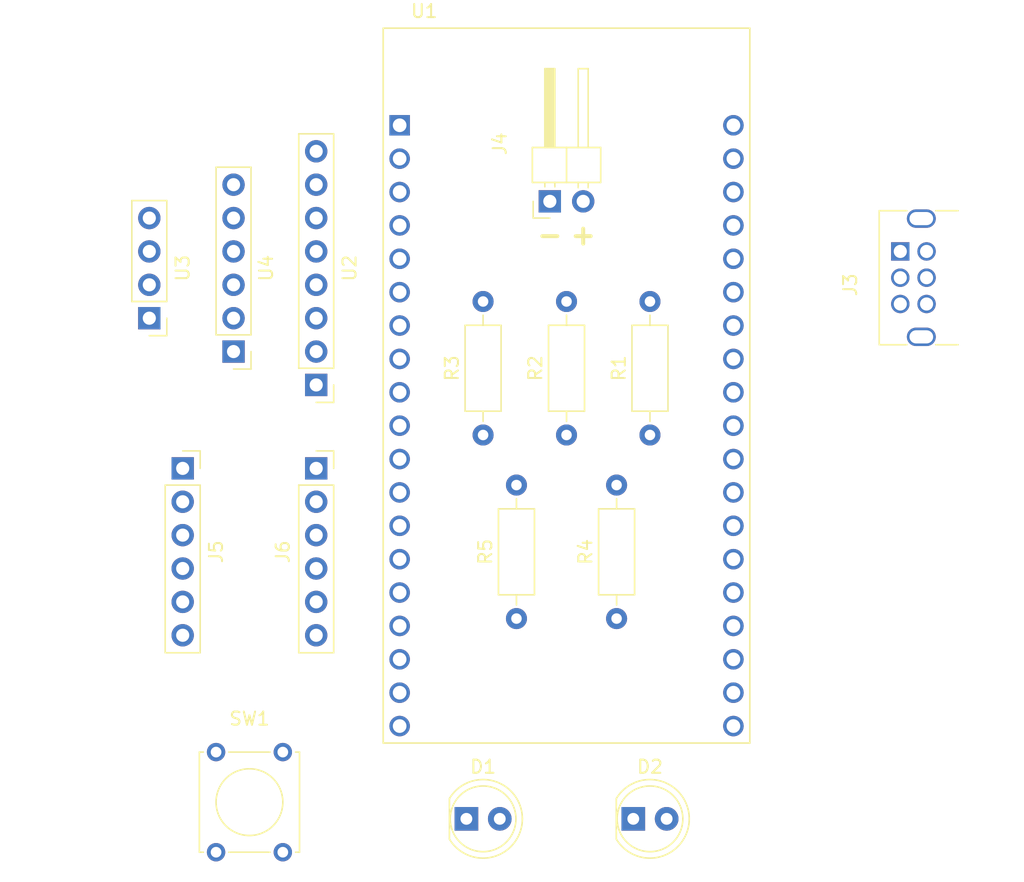
<source format=kicad_pcb>
(kicad_pcb (version 20171130) (host pcbnew "(5.1.10)-1")

  (general
    (thickness 1.2)
    (drawings 2)
    (tracks 0)
    (zones 0)
    (modules 16)
    (nets 22)
  )

  (page A4)
  (layers
    (0 F.Cu signal)
    (31 B.Cu signal)
    (32 B.Adhes user)
    (33 F.Adhes user)
    (34 B.Paste user)
    (35 F.Paste user)
    (36 B.SilkS user)
    (37 F.SilkS user)
    (38 B.Mask user)
    (39 F.Mask user)
    (40 Dwgs.User user)
    (41 Cmts.User user)
    (42 Eco1.User user)
    (43 Eco2.User user)
    (44 Edge.Cuts user)
    (45 Margin user)
    (46 B.CrtYd user)
    (47 F.CrtYd user)
    (48 B.Fab user)
    (49 F.Fab user)
  )

  (setup
    (last_trace_width 0.25)
    (trace_clearance 0.2)
    (zone_clearance 0.508)
    (zone_45_only no)
    (trace_min 0.2)
    (via_size 0.8)
    (via_drill 0.4)
    (via_min_size 0.4)
    (via_min_drill 0.3)
    (uvia_size 0.3)
    (uvia_drill 0.1)
    (uvias_allowed no)
    (uvia_min_size 0.2)
    (uvia_min_drill 0.1)
    (edge_width 0.05)
    (segment_width 0.2)
    (pcb_text_width 0.3)
    (pcb_text_size 1.5 1.5)
    (mod_edge_width 0.12)
    (mod_text_size 1 1)
    (mod_text_width 0.15)
    (pad_size 1.524 1.524)
    (pad_drill 0.762)
    (pad_to_mask_clearance 0)
    (aux_axis_origin 0 0)
    (visible_elements 7FFFFFFF)
    (pcbplotparams
      (layerselection 0x010fc_ffffffff)
      (usegerberextensions false)
      (usegerberattributes true)
      (usegerberadvancedattributes true)
      (creategerberjobfile true)
      (excludeedgelayer true)
      (linewidth 0.100000)
      (plotframeref false)
      (viasonmask false)
      (mode 1)
      (useauxorigin false)
      (hpglpennumber 1)
      (hpglpenspeed 20)
      (hpglpendiameter 15.000000)
      (psnegative false)
      (psa4output false)
      (plotreference true)
      (plotvalue true)
      (plotinvisibletext false)
      (padsonsilk false)
      (subtractmaskfromsilk false)
      (outputformat 1)
      (mirror false)
      (drillshape 1)
      (scaleselection 1)
      (outputdirectory ""))
  )

  (net 0 "")
  (net 1 GND)
  (net 2 "Net-(D1-Pad2)")
  (net 3 "Net-(D2-Pad2)")
  (net 4 "Net-(J3-Pad5)")
  (net 5 "Net-(J3-Pad3)")
  (net 6 "Net-(J3-Pad2)")
  (net 7 "Net-(J3-Pad1)")
  (net 8 "Net-(J4-Pad2)")
  (net 9 "Net-(J6-Pad2)")
  (net 10 "Net-(J6-Pad3)")
  (net 11 "Net-(J6-Pad5)")
  (net 12 "Net-(J6-Pad6)")
  (net 13 "Net-(R1-Pad2)")
  (net 14 "Net-(R3-Pad2)")
  (net 15 "Net-(R4-Pad1)")
  (net 16 "Net-(U1-Pad10)")
  (net 17 "Net-(U1-Pad12)")
  (net 18 "Net-(U1-Pad15)")
  (net 19 "Net-(U1-Pad22)")
  (net 20 "Net-(U1-Pad25)")
  (net 21 "Net-(U1-Pad35)")

  (net_class Default "This is the default net class."
    (clearance 0.2)
    (trace_width 0.25)
    (via_dia 0.8)
    (via_drill 0.4)
    (uvia_dia 0.3)
    (uvia_drill 0.1)
    (add_net GND)
    (add_net "Net-(D1-Pad2)")
    (add_net "Net-(D2-Pad2)")
    (add_net "Net-(J3-Pad1)")
    (add_net "Net-(J3-Pad2)")
    (add_net "Net-(J3-Pad3)")
    (add_net "Net-(J3-Pad5)")
    (add_net "Net-(J4-Pad2)")
    (add_net "Net-(J6-Pad2)")
    (add_net "Net-(J6-Pad3)")
    (add_net "Net-(J6-Pad5)")
    (add_net "Net-(J6-Pad6)")
    (add_net "Net-(R1-Pad2)")
    (add_net "Net-(R3-Pad2)")
    (add_net "Net-(R4-Pad1)")
    (add_net "Net-(U1-Pad10)")
    (add_net "Net-(U1-Pad12)")
    (add_net "Net-(U1-Pad15)")
    (add_net "Net-(U1-Pad22)")
    (add_net "Net-(U1-Pad25)")
    (add_net "Net-(U1-Pad35)")
  )

  (module LED_THT:LED_D5.0mm (layer F.Cu) (tedit 5995936A) (tstamp 61286E3D)
    (at 152.4 142.24)
    (descr "LED, diameter 5.0mm, 2 pins, http://cdn-reichelt.de/documents/datenblatt/A500/LL-504BC2E-009.pdf")
    (tags "LED diameter 5.0mm 2 pins")
    (path /61231CAB)
    (fp_text reference D1 (at 1.27 -3.96) (layer F.SilkS)
      (effects (font (size 1 1) (thickness 0.15)))
    )
    (fp_text value StatusLED (at 1.27 3.96) (layer F.Fab)
      (effects (font (size 1 1) (thickness 0.15)))
    )
    (fp_line (start 4.5 -3.25) (end -1.95 -3.25) (layer F.CrtYd) (width 0.05))
    (fp_line (start 4.5 3.25) (end 4.5 -3.25) (layer F.CrtYd) (width 0.05))
    (fp_line (start -1.95 3.25) (end 4.5 3.25) (layer F.CrtYd) (width 0.05))
    (fp_line (start -1.95 -3.25) (end -1.95 3.25) (layer F.CrtYd) (width 0.05))
    (fp_line (start -1.29 -1.545) (end -1.29 1.545) (layer F.SilkS) (width 0.12))
    (fp_line (start -1.23 -1.469694) (end -1.23 1.469694) (layer F.Fab) (width 0.1))
    (fp_circle (center 1.27 0) (end 3.77 0) (layer F.SilkS) (width 0.12))
    (fp_circle (center 1.27 0) (end 3.77 0) (layer F.Fab) (width 0.1))
    (fp_arc (start 1.27 0) (end -1.23 -1.469694) (angle 299.1) (layer F.Fab) (width 0.1))
    (fp_arc (start 1.27 0) (end -1.29 -1.54483) (angle 148.9) (layer F.SilkS) (width 0.12))
    (fp_arc (start 1.27 0) (end -1.29 1.54483) (angle -148.9) (layer F.SilkS) (width 0.12))
    (fp_text user %R (at 1.25 0) (layer F.Fab)
      (effects (font (size 0.8 0.8) (thickness 0.2)))
    )
    (pad 1 thru_hole rect (at 0 0) (size 1.8 1.8) (drill 0.9) (layers *.Cu *.Mask)
      (net 1 GND))
    (pad 2 thru_hole circle (at 2.54 0) (size 1.8 1.8) (drill 0.9) (layers *.Cu *.Mask)
      (net 2 "Net-(D1-Pad2)"))
    (model ${KISYS3DMOD}/LED_THT.3dshapes/LED_D5.0mm.wrl
      (at (xyz 0 0 0))
      (scale (xyz 1 1 1))
      (rotate (xyz 0 0 0))
    )
  )

  (module Gekkio_Connector:GameBoy_LinkPort_MGB_Horizontal (layer F.Cu) (tedit 5EC05DD6) (tstamp 61286EA6)
    (at 185.42 99.06)
    (descr "Game Boy link port, MGB (Game Boy Pocket) and later models")
    (tags "game boy link port")
    (path /6126C67F)
    (fp_text reference J3 (at -3.81 2.54 90) (layer F.SilkS)
      (effects (font (size 1 1) (thickness 0.15)))
    )
    (fp_text value GameBoy_LinkPort (at 2.5 8.8) (layer F.Fab)
      (effects (font (size 1 1) (thickness 0.15)))
    )
    (fp_line (start 7 7.5) (end -2 7.5) (layer F.CrtYd) (width 0.05))
    (fp_line (start 7 -3.5) (end 7 7.5) (layer F.CrtYd) (width 0.05))
    (fp_line (start -2 -3.5) (end -2 7.5) (layer F.CrtYd) (width 0.05))
    (fp_line (start 7 -3.5) (end -2 -3.5) (layer F.CrtYd) (width 0.05))
    (fp_line (start 2.7 7.1) (end 4.4 7.1) (layer F.SilkS) (width 0.12))
    (fp_line (start -1.6 7.1) (end 0.5 7.1) (layer F.SilkS) (width 0.12))
    (fp_line (start -1.6 -3.1) (end -1.6 7.1) (layer F.SilkS) (width 0.12))
    (fp_line (start 0.5 -3.1) (end -1.6 -3.1) (layer F.SilkS) (width 0.12))
    (fp_line (start 4.4 -3.1) (end 2.7 -3.1) (layer F.SilkS) (width 0.12))
    (fp_line (start 4.5 -3) (end 4.5 7) (layer F.Fab) (width 0.1))
    (fp_line (start -1.5 7) (end 6.5 7) (layer F.Fab) (width 0.1))
    (fp_line (start 6.5 7) (end 6.5 -3) (layer F.Fab) (width 0.1))
    (fp_line (start -1.5 -3) (end 6.5 -3) (layer F.Fab) (width 0.1))
    (fp_line (start -1.5 7) (end -1.5 -3) (layer F.Fab) (width 0.1))
    (fp_text user %R (at 3.81 2 90) (layer F.Fab)
      (effects (font (size 1 1) (thickness 0.15)))
    )
    (pad 6 thru_hole circle (at 2 4) (size 1.4 1.4) (drill 1) (layers *.Cu *.Mask)
      (net 1 GND))
    (pad 5 thru_hole circle (at 0 4) (size 1.4 1.4) (drill 1) (layers *.Cu *.Mask)
      (net 4 "Net-(J3-Pad5)"))
    (pad 4 thru_hole circle (at 2 2) (size 1.4 1.4) (drill 1) (layers *.Cu *.Mask))
    (pad 3 thru_hole circle (at 0 2) (size 1.4 1.4) (drill 1) (layers *.Cu *.Mask)
      (net 5 "Net-(J3-Pad3)"))
    (pad 2 thru_hole circle (at 2 0) (size 1.4 1.4) (drill 1) (layers *.Cu *.Mask)
      (net 6 "Net-(J3-Pad2)"))
    (pad 1 thru_hole rect (at 0 0) (size 1.4 1.4) (drill 1) (layers *.Cu *.Mask)
      (net 7 "Net-(J3-Pad1)"))
    (pad SH thru_hole oval (at 1.6 6.5 90) (size 1.4 2.2) (drill oval 1 1.8) (layers *.Cu *.Mask)
      (net 1 GND))
    (pad SH thru_hole oval (at 1.6 -2.5 90) (size 1.4 2.2) (drill oval 1 1.8) (layers *.Cu *.Mask)
      (net 1 GND))
    (model ${KISYS3DMOD}/Gekkio_Connector.3dshapes/GameBoy_LinkPort_MGB_Horizontal.wrl
      (at (xyz 0 0 0))
      (scale (xyz 1 1 1))
      (rotate (xyz 0 0 0))
    )
  )

  (module Resistor_THT:R_Axial_DIN0207_L6.3mm_D2.5mm_P10.16mm_Horizontal (layer F.Cu) (tedit 5AE5139B) (tstamp 61286EBD)
    (at 166.37 113.03 90)
    (descr "Resistor, Axial_DIN0207 series, Axial, Horizontal, pin pitch=10.16mm, 0.25W = 1/4W, length*diameter=6.3*2.5mm^2, http://cdn-reichelt.de/documents/datenblatt/B400/1_4W%23YAG.pdf")
    (tags "Resistor Axial_DIN0207 series Axial Horizontal pin pitch 10.16mm 0.25W = 1/4W length 6.3mm diameter 2.5mm")
    (path /6123165B)
    (fp_text reference R1 (at 5.08 -2.37 90) (layer F.SilkS)
      (effects (font (size 1 1) (thickness 0.15)))
    )
    (fp_text value "1k Resistor" (at 5.08 2.37 90) (layer F.Fab)
      (effects (font (size 1 1) (thickness 0.15)))
    )
    (fp_line (start 11.21 -1.5) (end -1.05 -1.5) (layer F.CrtYd) (width 0.05))
    (fp_line (start 11.21 1.5) (end 11.21 -1.5) (layer F.CrtYd) (width 0.05))
    (fp_line (start -1.05 1.5) (end 11.21 1.5) (layer F.CrtYd) (width 0.05))
    (fp_line (start -1.05 -1.5) (end -1.05 1.5) (layer F.CrtYd) (width 0.05))
    (fp_line (start 9.12 0) (end 8.35 0) (layer F.SilkS) (width 0.12))
    (fp_line (start 1.04 0) (end 1.81 0) (layer F.SilkS) (width 0.12))
    (fp_line (start 8.35 -1.37) (end 1.81 -1.37) (layer F.SilkS) (width 0.12))
    (fp_line (start 8.35 1.37) (end 8.35 -1.37) (layer F.SilkS) (width 0.12))
    (fp_line (start 1.81 1.37) (end 8.35 1.37) (layer F.SilkS) (width 0.12))
    (fp_line (start 1.81 -1.37) (end 1.81 1.37) (layer F.SilkS) (width 0.12))
    (fp_line (start 10.16 0) (end 8.23 0) (layer F.Fab) (width 0.1))
    (fp_line (start 0 0) (end 1.93 0) (layer F.Fab) (width 0.1))
    (fp_line (start 8.23 -1.25) (end 1.93 -1.25) (layer F.Fab) (width 0.1))
    (fp_line (start 8.23 1.25) (end 8.23 -1.25) (layer F.Fab) (width 0.1))
    (fp_line (start 1.93 1.25) (end 8.23 1.25) (layer F.Fab) (width 0.1))
    (fp_line (start 1.93 -1.25) (end 1.93 1.25) (layer F.Fab) (width 0.1))
    (fp_text user %R (at 5.08 0 90) (layer F.Fab)
      (effects (font (size 1 1) (thickness 0.15)))
    )
    (pad 1 thru_hole circle (at 0 0 90) (size 1.6 1.6) (drill 0.8) (layers *.Cu *.Mask)
      (net 2 "Net-(D1-Pad2)"))
    (pad 2 thru_hole oval (at 10.16 0 90) (size 1.6 1.6) (drill 0.8) (layers *.Cu *.Mask)
      (net 13 "Net-(R1-Pad2)"))
    (model ${KISYS3DMOD}/Resistor_THT.3dshapes/R_Axial_DIN0207_L6.3mm_D2.5mm_P10.16mm_Horizontal.wrl
      (at (xyz 0 0 0))
      (scale (xyz 1 1 1))
      (rotate (xyz 0 0 0))
    )
  )

  (module LED_THT:LED_D5.0mm (layer F.Cu) (tedit 5995936A) (tstamp 61288984)
    (at 165.1 142.24)
    (descr "LED, diameter 5.0mm, 2 pins, http://cdn-reichelt.de/documents/datenblatt/A500/LL-504BC2E-009.pdf")
    (tags "LED diameter 5.0mm 2 pins")
    (path /61284707)
    (fp_text reference D2 (at 1.27 -3.96) (layer F.SilkS)
      (effects (font (size 1 1) (thickness 0.15)))
    )
    (fp_text value PowerLED (at 1.27 3.96) (layer F.Fab)
      (effects (font (size 1 1) (thickness 0.15)))
    )
    (fp_circle (center 1.27 0) (end 3.77 0) (layer F.Fab) (width 0.1))
    (fp_circle (center 1.27 0) (end 3.77 0) (layer F.SilkS) (width 0.12))
    (fp_line (start -1.23 -1.469694) (end -1.23 1.469694) (layer F.Fab) (width 0.1))
    (fp_line (start -1.29 -1.545) (end -1.29 1.545) (layer F.SilkS) (width 0.12))
    (fp_line (start -1.95 -3.25) (end -1.95 3.25) (layer F.CrtYd) (width 0.05))
    (fp_line (start -1.95 3.25) (end 4.5 3.25) (layer F.CrtYd) (width 0.05))
    (fp_line (start 4.5 3.25) (end 4.5 -3.25) (layer F.CrtYd) (width 0.05))
    (fp_line (start 4.5 -3.25) (end -1.95 -3.25) (layer F.CrtYd) (width 0.05))
    (fp_arc (start 1.27 0) (end -1.23 -1.469694) (angle 299.1) (layer F.Fab) (width 0.1))
    (fp_arc (start 1.27 0) (end -1.29 -1.54483) (angle 148.9) (layer F.SilkS) (width 0.12))
    (fp_arc (start 1.27 0) (end -1.29 1.54483) (angle -148.9) (layer F.SilkS) (width 0.12))
    (fp_text user %R (at 1.25 0) (layer F.Fab)
      (effects (font (size 0.8 0.8) (thickness 0.2)))
    )
    (pad 1 thru_hole rect (at 0 0) (size 1.8 1.8) (drill 0.9) (layers *.Cu *.Mask)
      (net 1 GND))
    (pad 2 thru_hole circle (at 2.54 0) (size 1.8 1.8) (drill 0.9) (layers *.Cu *.Mask)
      (net 3 "Net-(D2-Pad2)"))
    (model ${KISYS3DMOD}/LED_THT.3dshapes/LED_D5.0mm.wrl
      (at (xyz 0 0 0))
      (scale (xyz 1 1 1))
      (rotate (xyz 0 0 0))
    )
  )

  (module Resistor_THT:R_Axial_DIN0207_L6.3mm_D2.5mm_P10.16mm_Horizontal (layer F.Cu) (tedit 5AE5139B) (tstamp 612889B1)
    (at 160.02 113.03 90)
    (descr "Resistor, Axial_DIN0207 series, Axial, Horizontal, pin pitch=10.16mm, 0.25W = 1/4W, length*diameter=6.3*2.5mm^2, http://cdn-reichelt.de/documents/datenblatt/B400/1_4W%23YAG.pdf")
    (tags "Resistor Axial_DIN0207 series Axial Horizontal pin pitch 10.16mm 0.25W = 1/4W length 6.3mm diameter 2.5mm")
    (path /612862DC)
    (fp_text reference R2 (at 5.08 -2.37 90) (layer F.SilkS)
      (effects (font (size 1 1) (thickness 0.15)))
    )
    (fp_text value "1k Resistor" (at 5.08 2.37 90) (layer F.Fab)
      (effects (font (size 1 1) (thickness 0.15)))
    )
    (fp_line (start 1.93 -1.25) (end 1.93 1.25) (layer F.Fab) (width 0.1))
    (fp_line (start 1.93 1.25) (end 8.23 1.25) (layer F.Fab) (width 0.1))
    (fp_line (start 8.23 1.25) (end 8.23 -1.25) (layer F.Fab) (width 0.1))
    (fp_line (start 8.23 -1.25) (end 1.93 -1.25) (layer F.Fab) (width 0.1))
    (fp_line (start 0 0) (end 1.93 0) (layer F.Fab) (width 0.1))
    (fp_line (start 10.16 0) (end 8.23 0) (layer F.Fab) (width 0.1))
    (fp_line (start 1.81 -1.37) (end 1.81 1.37) (layer F.SilkS) (width 0.12))
    (fp_line (start 1.81 1.37) (end 8.35 1.37) (layer F.SilkS) (width 0.12))
    (fp_line (start 8.35 1.37) (end 8.35 -1.37) (layer F.SilkS) (width 0.12))
    (fp_line (start 8.35 -1.37) (end 1.81 -1.37) (layer F.SilkS) (width 0.12))
    (fp_line (start 1.04 0) (end 1.81 0) (layer F.SilkS) (width 0.12))
    (fp_line (start 9.12 0) (end 8.35 0) (layer F.SilkS) (width 0.12))
    (fp_line (start -1.05 -1.5) (end -1.05 1.5) (layer F.CrtYd) (width 0.05))
    (fp_line (start -1.05 1.5) (end 11.21 1.5) (layer F.CrtYd) (width 0.05))
    (fp_line (start 11.21 1.5) (end 11.21 -1.5) (layer F.CrtYd) (width 0.05))
    (fp_line (start 11.21 -1.5) (end -1.05 -1.5) (layer F.CrtYd) (width 0.05))
    (fp_text user %R (at 5.08 0 90) (layer F.Fab)
      (effects (font (size 1 1) (thickness 0.15)))
    )
    (pad 1 thru_hole circle (at 0 0 90) (size 1.6 1.6) (drill 0.8) (layers *.Cu *.Mask)
      (net 3 "Net-(D2-Pad2)"))
    (pad 2 thru_hole oval (at 10.16 0 90) (size 1.6 1.6) (drill 0.8) (layers *.Cu *.Mask)
      (net 8 "Net-(J4-Pad2)"))
    (model ${KISYS3DMOD}/Resistor_THT.3dshapes/R_Axial_DIN0207_L6.3mm_D2.5mm_P10.16mm_Horizontal.wrl
      (at (xyz 0 0 0))
      (scale (xyz 1 1 1))
      (rotate (xyz 0 0 0))
    )
  )

  (module Connector_PinHeader_2.54mm:PinHeader_1x02_P2.54mm_Horizontal (layer F.Cu) (tedit 59FED5CB) (tstamp 612915AF)
    (at 158.75 95.25 90)
    (descr "Through hole angled pin header, 1x02, 2.54mm pitch, 6mm pin length, single row")
    (tags "Through hole angled pin header THT 1x02 2.54mm single row")
    (path /61287B86)
    (fp_text reference J4 (at 4.385 -3.81 90) (layer F.SilkS)
      (effects (font (size 1 1) (thickness 0.15)))
    )
    (fp_text value 5vBatteryPins (at 4.385 4.81 90) (layer F.Fab)
      (effects (font (size 1 1) (thickness 0.15)))
    )
    (fp_line (start 10.55 -1.8) (end -1.8 -1.8) (layer F.CrtYd) (width 0.05))
    (fp_line (start 10.55 4.35) (end 10.55 -1.8) (layer F.CrtYd) (width 0.05))
    (fp_line (start -1.8 4.35) (end 10.55 4.35) (layer F.CrtYd) (width 0.05))
    (fp_line (start -1.8 -1.8) (end -1.8 4.35) (layer F.CrtYd) (width 0.05))
    (fp_line (start -1.27 -1.27) (end 0 -1.27) (layer F.SilkS) (width 0.12))
    (fp_line (start -1.27 0) (end -1.27 -1.27) (layer F.SilkS) (width 0.12))
    (fp_line (start 1.042929 2.92) (end 1.44 2.92) (layer F.SilkS) (width 0.12))
    (fp_line (start 1.042929 2.16) (end 1.44 2.16) (layer F.SilkS) (width 0.12))
    (fp_line (start 10.1 2.92) (end 4.1 2.92) (layer F.SilkS) (width 0.12))
    (fp_line (start 10.1 2.16) (end 10.1 2.92) (layer F.SilkS) (width 0.12))
    (fp_line (start 4.1 2.16) (end 10.1 2.16) (layer F.SilkS) (width 0.12))
    (fp_line (start 1.44 1.27) (end 4.1 1.27) (layer F.SilkS) (width 0.12))
    (fp_line (start 1.11 0.38) (end 1.44 0.38) (layer F.SilkS) (width 0.12))
    (fp_line (start 1.11 -0.38) (end 1.44 -0.38) (layer F.SilkS) (width 0.12))
    (fp_line (start 4.1 0.28) (end 10.1 0.28) (layer F.SilkS) (width 0.12))
    (fp_line (start 4.1 0.16) (end 10.1 0.16) (layer F.SilkS) (width 0.12))
    (fp_line (start 4.1 0.04) (end 10.1 0.04) (layer F.SilkS) (width 0.12))
    (fp_line (start 4.1 -0.08) (end 10.1 -0.08) (layer F.SilkS) (width 0.12))
    (fp_line (start 4.1 -0.2) (end 10.1 -0.2) (layer F.SilkS) (width 0.12))
    (fp_line (start 4.1 -0.32) (end 10.1 -0.32) (layer F.SilkS) (width 0.12))
    (fp_line (start 10.1 0.38) (end 4.1 0.38) (layer F.SilkS) (width 0.12))
    (fp_line (start 10.1 -0.38) (end 10.1 0.38) (layer F.SilkS) (width 0.12))
    (fp_line (start 4.1 -0.38) (end 10.1 -0.38) (layer F.SilkS) (width 0.12))
    (fp_line (start 4.1 -1.33) (end 1.44 -1.33) (layer F.SilkS) (width 0.12))
    (fp_line (start 4.1 3.87) (end 4.1 -1.33) (layer F.SilkS) (width 0.12))
    (fp_line (start 1.44 3.87) (end 4.1 3.87) (layer F.SilkS) (width 0.12))
    (fp_line (start 1.44 -1.33) (end 1.44 3.87) (layer F.SilkS) (width 0.12))
    (fp_line (start 4.04 2.86) (end 10.04 2.86) (layer F.Fab) (width 0.1))
    (fp_line (start 10.04 2.22) (end 10.04 2.86) (layer F.Fab) (width 0.1))
    (fp_line (start 4.04 2.22) (end 10.04 2.22) (layer F.Fab) (width 0.1))
    (fp_line (start -0.32 2.86) (end 1.5 2.86) (layer F.Fab) (width 0.1))
    (fp_line (start -0.32 2.22) (end -0.32 2.86) (layer F.Fab) (width 0.1))
    (fp_line (start -0.32 2.22) (end 1.5 2.22) (layer F.Fab) (width 0.1))
    (fp_line (start 4.04 0.32) (end 10.04 0.32) (layer F.Fab) (width 0.1))
    (fp_line (start 10.04 -0.32) (end 10.04 0.32) (layer F.Fab) (width 0.1))
    (fp_line (start 4.04 -0.32) (end 10.04 -0.32) (layer F.Fab) (width 0.1))
    (fp_line (start -0.32 0.32) (end 1.5 0.32) (layer F.Fab) (width 0.1))
    (fp_line (start -0.32 -0.32) (end -0.32 0.32) (layer F.Fab) (width 0.1))
    (fp_line (start -0.32 -0.32) (end 1.5 -0.32) (layer F.Fab) (width 0.1))
    (fp_line (start 1.5 -0.635) (end 2.135 -1.27) (layer F.Fab) (width 0.1))
    (fp_line (start 1.5 3.81) (end 1.5 -0.635) (layer F.Fab) (width 0.1))
    (fp_line (start 4.04 3.81) (end 1.5 3.81) (layer F.Fab) (width 0.1))
    (fp_line (start 4.04 -1.27) (end 4.04 3.81) (layer F.Fab) (width 0.1))
    (fp_line (start 2.135 -1.27) (end 4.04 -1.27) (layer F.Fab) (width 0.1))
    (fp_text user %R (at 2.77 1.27 270) (layer F.Fab)
      (effects (font (size 1 1) (thickness 0.15)))
    )
    (pad 1 thru_hole rect (at 0 0 90) (size 1.7 1.7) (drill 1) (layers *.Cu *.Mask)
      (net 1 GND))
    (pad 2 thru_hole oval (at 0 2.54 90) (size 1.7 1.7) (drill 1) (layers *.Cu *.Mask)
      (net 8 "Net-(J4-Pad2)"))
    (model ${KISYS3DMOD}/Connector_PinHeader_2.54mm.3dshapes/PinHeader_1x02_P2.54mm_Horizontal.wrl
      (at (xyz 0 0 0))
      (scale (xyz 1 1 1))
      (rotate (xyz 0 0 0))
    )
  )

  (module Resistor_THT:R_Axial_DIN0207_L6.3mm_D2.5mm_P10.16mm_Horizontal (layer F.Cu) (tedit 5AE5139B) (tstamp 61296E13)
    (at 153.67 113.03 90)
    (descr "Resistor, Axial_DIN0207 series, Axial, Horizontal, pin pitch=10.16mm, 0.25W = 1/4W, length*diameter=6.3*2.5mm^2, http://cdn-reichelt.de/documents/datenblatt/B400/1_4W%23YAG.pdf")
    (tags "Resistor Axial_DIN0207 series Axial Horizontal pin pitch 10.16mm 0.25W = 1/4W length 6.3mm diameter 2.5mm")
    (path /612B8CD2)
    (fp_text reference R3 (at 5.08 -2.37 90) (layer F.SilkS)
      (effects (font (size 1 1) (thickness 0.15)))
    )
    (fp_text value "10k Resistor" (at 5.08 2.37 90) (layer F.Fab)
      (effects (font (size 1 1) (thickness 0.15)))
    )
    (fp_line (start 11.21 -1.5) (end -1.05 -1.5) (layer F.CrtYd) (width 0.05))
    (fp_line (start 11.21 1.5) (end 11.21 -1.5) (layer F.CrtYd) (width 0.05))
    (fp_line (start -1.05 1.5) (end 11.21 1.5) (layer F.CrtYd) (width 0.05))
    (fp_line (start -1.05 -1.5) (end -1.05 1.5) (layer F.CrtYd) (width 0.05))
    (fp_line (start 9.12 0) (end 8.35 0) (layer F.SilkS) (width 0.12))
    (fp_line (start 1.04 0) (end 1.81 0) (layer F.SilkS) (width 0.12))
    (fp_line (start 8.35 -1.37) (end 1.81 -1.37) (layer F.SilkS) (width 0.12))
    (fp_line (start 8.35 1.37) (end 8.35 -1.37) (layer F.SilkS) (width 0.12))
    (fp_line (start 1.81 1.37) (end 8.35 1.37) (layer F.SilkS) (width 0.12))
    (fp_line (start 1.81 -1.37) (end 1.81 1.37) (layer F.SilkS) (width 0.12))
    (fp_line (start 10.16 0) (end 8.23 0) (layer F.Fab) (width 0.1))
    (fp_line (start 0 0) (end 1.93 0) (layer F.Fab) (width 0.1))
    (fp_line (start 8.23 -1.25) (end 1.93 -1.25) (layer F.Fab) (width 0.1))
    (fp_line (start 8.23 1.25) (end 8.23 -1.25) (layer F.Fab) (width 0.1))
    (fp_line (start 1.93 1.25) (end 8.23 1.25) (layer F.Fab) (width 0.1))
    (fp_line (start 1.93 -1.25) (end 1.93 1.25) (layer F.Fab) (width 0.1))
    (fp_text user %R (at 5.08 0 90) (layer F.Fab)
      (effects (font (size 1 1) (thickness 0.15)))
    )
    (pad 1 thru_hole circle (at 0 0 90) (size 1.6 1.6) (drill 0.8) (layers *.Cu *.Mask)
      (net 1 GND))
    (pad 2 thru_hole oval (at 10.16 0 90) (size 1.6 1.6) (drill 0.8) (layers *.Cu *.Mask)
      (net 14 "Net-(R3-Pad2)"))
    (model ${KISYS3DMOD}/Resistor_THT.3dshapes/R_Axial_DIN0207_L6.3mm_D2.5mm_P10.16mm_Horizontal.wrl
      (at (xyz 0 0 0))
      (scale (xyz 1 1 1))
      (rotate (xyz 0 0 0))
    )
  )

  (module Button_Switch_THT:SW_Tactile_Straight_KSA0Axx1LFTR (layer F.Cu) (tedit 5A02FE31) (tstamp 61296E2D)
    (at 138.43 137.16 270)
    (descr "SW PUSH SMALL http://www.ckswitches.com/media/1457/ksa_ksl.pdf")
    (tags "SW PUSH SMALL Tactile C&K")
    (path /612B764A)
    (fp_text reference SW1 (at -2.54 2.54 180) (layer F.SilkS)
      (effects (font (size 1 1) (thickness 0.15)))
    )
    (fp_text value SW_Push (at 3.81 7.28 90) (layer F.Fab)
      (effects (font (size 1 1) (thickness 0.15)))
    )
    (fp_circle (center 3.81 2.54) (end 3.81 0) (layer F.SilkS) (width 0.12))
    (fp_line (start 0 6.05) (end 0 6.35) (layer F.SilkS) (width 0.12))
    (fp_line (start 7.62 6.05) (end 7.62 6.35) (layer F.SilkS) (width 0.12))
    (fp_line (start 8.57 6.49) (end -0.95 6.49) (layer F.CrtYd) (width 0.05))
    (fp_line (start 8.57 6.49) (end 8.57 -1.41) (layer F.CrtYd) (width 0.05))
    (fp_line (start -0.95 -1.41) (end -0.95 6.49) (layer F.CrtYd) (width 0.05))
    (fp_line (start -0.95 -1.41) (end 8.57 -1.41) (layer F.CrtYd) (width 0.05))
    (fp_line (start 0 0.97) (end 0 4.11) (layer F.SilkS) (width 0.12))
    (fp_line (start 7.62 0.97) (end 7.62 4.11) (layer F.SilkS) (width 0.12))
    (fp_line (start 0 -1.27) (end 0 -0.97) (layer F.SilkS) (width 0.12))
    (fp_line (start 7.62 6.35) (end 0 6.35) (layer F.SilkS) (width 0.12))
    (fp_line (start 7.62 -1.27) (end 7.62 -0.97) (layer F.SilkS) (width 0.12))
    (fp_line (start 0 -1.27) (end 7.62 -1.27) (layer F.SilkS) (width 0.12))
    (fp_line (start 0.11 6.24) (end 0.11 -1.16) (layer F.Fab) (width 0.1))
    (fp_line (start 0.11 -1.16) (end 7.51 -1.16) (layer F.Fab) (width 0.1))
    (fp_line (start 7.51 -1.16) (end 7.51 6.24) (layer F.Fab) (width 0.1))
    (fp_line (start 7.51 6.24) (end 0.11 6.24) (layer F.Fab) (width 0.1))
    (fp_text user %R (at 3.81 2.54 90) (layer F.Fab)
      (effects (font (size 1 1) (thickness 0.15)))
    )
    (pad 1 thru_hole circle (at 7.62 0 270) (size 1.397 1.397) (drill 0.8128) (layers *.Cu *.Mask)
      (net 14 "Net-(R3-Pad2)"))
    (pad 2 thru_hole circle (at 7.62 5.08 270) (size 1.397 1.397) (drill 0.8128) (layers *.Cu *.Mask)
      (net 10 "Net-(J6-Pad3)"))
    (pad 1 thru_hole circle (at 0 0 270) (size 1.397 1.397) (drill 0.8128) (layers *.Cu *.Mask)
      (net 14 "Net-(R3-Pad2)"))
    (pad 2 thru_hole circle (at 0 5.08 270) (size 1.397 1.397) (drill 0.8128) (layers *.Cu *.Mask)
      (net 10 "Net-(J6-Pad3)"))
    (model ${KISYS3DMOD}/Button_Switch_THT.3dshapes/SW_Tactile_Straight_KSA0Axx1LFTR.wrl
      (at (xyz 0 0 0))
      (scale (xyz 1 1 1))
      (rotate (xyz 0 0 0))
    )
  )

  (module Connector_PinSocket_2.54mm:PinSocket_1x06_P2.54mm_Vertical (layer F.Cu) (tedit 5A19A430) (tstamp 612ACD10)
    (at 130.81 115.57)
    (descr "Through hole straight socket strip, 1x06, 2.54mm pitch, single row (from Kicad 4.0.7), script generated")
    (tags "Through hole socket strip THT 1x06 2.54mm single row")
    (path /612DD4B6)
    (fp_text reference J5 (at 2.54 6.35 -90) (layer F.SilkS)
      (effects (font (size 1 1) (thickness 0.15)))
    )
    (fp_text value HV_pins (at 0 15.47) (layer F.Fab)
      (effects (font (size 1 1) (thickness 0.15)))
    )
    (fp_line (start -1.27 -1.27) (end 0.635 -1.27) (layer F.Fab) (width 0.1))
    (fp_line (start 0.635 -1.27) (end 1.27 -0.635) (layer F.Fab) (width 0.1))
    (fp_line (start 1.27 -0.635) (end 1.27 13.97) (layer F.Fab) (width 0.1))
    (fp_line (start 1.27 13.97) (end -1.27 13.97) (layer F.Fab) (width 0.1))
    (fp_line (start -1.27 13.97) (end -1.27 -1.27) (layer F.Fab) (width 0.1))
    (fp_line (start -1.33 1.27) (end 1.33 1.27) (layer F.SilkS) (width 0.12))
    (fp_line (start -1.33 1.27) (end -1.33 14.03) (layer F.SilkS) (width 0.12))
    (fp_line (start -1.33 14.03) (end 1.33 14.03) (layer F.SilkS) (width 0.12))
    (fp_line (start 1.33 1.27) (end 1.33 14.03) (layer F.SilkS) (width 0.12))
    (fp_line (start 1.33 -1.33) (end 1.33 0) (layer F.SilkS) (width 0.12))
    (fp_line (start 0 -1.33) (end 1.33 -1.33) (layer F.SilkS) (width 0.12))
    (fp_line (start -1.8 -1.8) (end 1.75 -1.8) (layer F.CrtYd) (width 0.05))
    (fp_line (start 1.75 -1.8) (end 1.75 14.45) (layer F.CrtYd) (width 0.05))
    (fp_line (start 1.75 14.45) (end -1.8 14.45) (layer F.CrtYd) (width 0.05))
    (fp_line (start -1.8 14.45) (end -1.8 -1.8) (layer F.CrtYd) (width 0.05))
    (fp_text user %R (at 0 6.35 -270) (layer F.Fab)
      (effects (font (size 1 1) (thickness 0.15)))
    )
    (pad 6 thru_hole oval (at 0 12.7) (size 1.7 1.7) (drill 1) (layers *.Cu *.Mask)
      (net 6 "Net-(J3-Pad2)"))
    (pad 5 thru_hole oval (at 0 10.16) (size 1.7 1.7) (drill 1) (layers *.Cu *.Mask)
      (net 5 "Net-(J3-Pad3)"))
    (pad 4 thru_hole oval (at 0 7.62) (size 1.7 1.7) (drill 1) (layers *.Cu *.Mask)
      (net 1 GND))
    (pad 3 thru_hole oval (at 0 5.08) (size 1.7 1.7) (drill 1) (layers *.Cu *.Mask)
      (net 8 "Net-(J4-Pad2)"))
    (pad 2 thru_hole oval (at 0 2.54) (size 1.7 1.7) (drill 1) (layers *.Cu *.Mask)
      (net 4 "Net-(J3-Pad5)"))
    (pad 1 thru_hole rect (at 0 0) (size 1.7 1.7) (drill 1) (layers *.Cu *.Mask))
    (model ${KISYS3DMOD}/Connector_PinSocket_2.54mm.3dshapes/PinSocket_1x06_P2.54mm_Vertical.wrl
      (at (xyz 0 0 0))
      (scale (xyz 1 1 1))
      (rotate (xyz 0 0 0))
    )
  )

  (module Connector_PinSocket_2.54mm:PinSocket_1x06_P2.54mm_Vertical (layer F.Cu) (tedit 5A19A430) (tstamp 612ACD2A)
    (at 140.97 115.57)
    (descr "Through hole straight socket strip, 1x06, 2.54mm pitch, single row (from Kicad 4.0.7), script generated")
    (tags "Through hole socket strip THT 1x06 2.54mm single row")
    (path /612DDEA3)
    (fp_text reference J6 (at -2.54 6.35 -90) (layer F.SilkS)
      (effects (font (size 1 1) (thickness 0.15)))
    )
    (fp_text value LV_pins (at 0 15.47) (layer F.Fab)
      (effects (font (size 1 1) (thickness 0.15)))
    )
    (fp_line (start -1.8 14.45) (end -1.8 -1.8) (layer F.CrtYd) (width 0.05))
    (fp_line (start 1.75 14.45) (end -1.8 14.45) (layer F.CrtYd) (width 0.05))
    (fp_line (start 1.75 -1.8) (end 1.75 14.45) (layer F.CrtYd) (width 0.05))
    (fp_line (start -1.8 -1.8) (end 1.75 -1.8) (layer F.CrtYd) (width 0.05))
    (fp_line (start 0 -1.33) (end 1.33 -1.33) (layer F.SilkS) (width 0.12))
    (fp_line (start 1.33 -1.33) (end 1.33 0) (layer F.SilkS) (width 0.12))
    (fp_line (start 1.33 1.27) (end 1.33 14.03) (layer F.SilkS) (width 0.12))
    (fp_line (start -1.33 14.03) (end 1.33 14.03) (layer F.SilkS) (width 0.12))
    (fp_line (start -1.33 1.27) (end -1.33 14.03) (layer F.SilkS) (width 0.12))
    (fp_line (start -1.33 1.27) (end 1.33 1.27) (layer F.SilkS) (width 0.12))
    (fp_line (start -1.27 13.97) (end -1.27 -1.27) (layer F.Fab) (width 0.1))
    (fp_line (start 1.27 13.97) (end -1.27 13.97) (layer F.Fab) (width 0.1))
    (fp_line (start 1.27 -0.635) (end 1.27 13.97) (layer F.Fab) (width 0.1))
    (fp_line (start 0.635 -1.27) (end 1.27 -0.635) (layer F.Fab) (width 0.1))
    (fp_line (start -1.27 -1.27) (end 0.635 -1.27) (layer F.Fab) (width 0.1))
    (fp_text user %R (at 0 6.35 -270) (layer F.Fab)
      (effects (font (size 1 1) (thickness 0.15)))
    )
    (pad 1 thru_hole rect (at 0 0) (size 1.7 1.7) (drill 1) (layers *.Cu *.Mask))
    (pad 2 thru_hole oval (at 0 2.54) (size 1.7 1.7) (drill 1) (layers *.Cu *.Mask)
      (net 9 "Net-(J6-Pad2)"))
    (pad 3 thru_hole oval (at 0 5.08) (size 1.7 1.7) (drill 1) (layers *.Cu *.Mask)
      (net 10 "Net-(J6-Pad3)"))
    (pad 4 thru_hole oval (at 0 7.62) (size 1.7 1.7) (drill 1) (layers *.Cu *.Mask)
      (net 1 GND))
    (pad 5 thru_hole oval (at 0 10.16) (size 1.7 1.7) (drill 1) (layers *.Cu *.Mask)
      (net 11 "Net-(J6-Pad5)"))
    (pad 6 thru_hole oval (at 0 12.7) (size 1.7 1.7) (drill 1) (layers *.Cu *.Mask)
      (net 12 "Net-(J6-Pad6)"))
    (model ${KISYS3DMOD}/Connector_PinSocket_2.54mm.3dshapes/PinSocket_1x06_P2.54mm_Vertical.wrl
      (at (xyz 0 0 0))
      (scale (xyz 1 1 1))
      (rotate (xyz 0 0 0))
    )
  )

  (module Connector_PinHeader_2.54mm:PinHeader_1x08_P2.54mm_Vertical (layer F.Cu) (tedit 59FED5CC) (tstamp 612D4CB4)
    (at 140.97 109.22 180)
    (descr "Through hole straight pin header, 1x08, 2.54mm pitch, single row")
    (tags "Through hole pin header THT 1x08 2.54mm single row")
    (path /612B0F0B)
    (fp_text reference U2 (at -2.54 8.89 90) (layer F.SilkS)
      (effects (font (size 1 1) (thickness 0.15)))
    )
    (fp_text value SD_Card_module (at 0 20.11) (layer F.Fab)
      (effects (font (size 1 1) (thickness 0.15)))
    )
    (fp_line (start -0.635 -1.27) (end 1.27 -1.27) (layer F.Fab) (width 0.1))
    (fp_line (start 1.27 -1.27) (end 1.27 19.05) (layer F.Fab) (width 0.1))
    (fp_line (start 1.27 19.05) (end -1.27 19.05) (layer F.Fab) (width 0.1))
    (fp_line (start -1.27 19.05) (end -1.27 -0.635) (layer F.Fab) (width 0.1))
    (fp_line (start -1.27 -0.635) (end -0.635 -1.27) (layer F.Fab) (width 0.1))
    (fp_line (start -1.33 19.11) (end 1.33 19.11) (layer F.SilkS) (width 0.12))
    (fp_line (start -1.33 1.27) (end -1.33 19.11) (layer F.SilkS) (width 0.12))
    (fp_line (start 1.33 1.27) (end 1.33 19.11) (layer F.SilkS) (width 0.12))
    (fp_line (start -1.33 1.27) (end 1.33 1.27) (layer F.SilkS) (width 0.12))
    (fp_line (start -1.33 0) (end -1.33 -1.33) (layer F.SilkS) (width 0.12))
    (fp_line (start -1.33 -1.33) (end 0 -1.33) (layer F.SilkS) (width 0.12))
    (fp_line (start -1.8 -1.8) (end -1.8 19.55) (layer F.CrtYd) (width 0.05))
    (fp_line (start -1.8 19.55) (end 1.8 19.55) (layer F.CrtYd) (width 0.05))
    (fp_line (start 1.8 19.55) (end 1.8 -1.8) (layer F.CrtYd) (width 0.05))
    (fp_line (start 1.8 -1.8) (end -1.8 -1.8) (layer F.CrtYd) (width 0.05))
    (fp_text user %R (at 0 8.89 90) (layer F.Fab)
      (effects (font (size 1 1) (thickness 0.15)))
    )
    (pad 1 thru_hole rect (at 0 0 180) (size 1.7 1.7) (drill 1) (layers *.Cu *.Mask)
      (net 1 GND))
    (pad 2 thru_hole oval (at 0 2.54 180) (size 1.7 1.7) (drill 1) (layers *.Cu *.Mask)
      (net 16 "Net-(U1-Pad10)"))
    (pad 3 thru_hole oval (at 0 5.08 180) (size 1.7 1.7) (drill 1) (layers *.Cu *.Mask)
      (net 17 "Net-(U1-Pad12)"))
    (pad 4 thru_hole oval (at 0 7.62 180) (size 1.7 1.7) (drill 1) (layers *.Cu *.Mask)
      (net 18 "Net-(U1-Pad15)"))
    (pad 5 thru_hole oval (at 0 10.16 180) (size 1.7 1.7) (drill 1) (layers *.Cu *.Mask)
      (net 21 "Net-(U1-Pad35)"))
    (pad 6 thru_hole oval (at 0 12.7 180) (size 1.7 1.7) (drill 1) (layers *.Cu *.Mask)
      (net 8 "Net-(J4-Pad2)"))
    (pad 7 thru_hole oval (at 0 15.24 180) (size 1.7 1.7) (drill 1) (layers *.Cu *.Mask))
    (pad 8 thru_hole oval (at 0 17.78 180) (size 1.7 1.7) (drill 1) (layers *.Cu *.Mask)
      (net 1 GND))
    (model ${KISYS3DMOD}/Connector_PinHeader_2.54mm.3dshapes/PinHeader_1x08_P2.54mm_Vertical.wrl
      (at (xyz 0 0 0))
      (scale (xyz 1 1 1))
      (rotate (xyz 0 0 0))
    )
  )

  (module Connector_PinHeader_2.54mm:PinHeader_1x04_P2.54mm_Vertical (layer F.Cu) (tedit 59FED5CC) (tstamp 612D4CCF)
    (at 128.27 104.14 180)
    (descr "Through hole straight pin header, 1x04, 2.54mm pitch, single row")
    (tags "Through hole pin header THT 1x04 2.54mm single row")
    (path /612AD943)
    (fp_text reference U3 (at -2.54 3.81 90) (layer F.SilkS)
      (effects (font (size 1 1) (thickness 0.15)))
    )
    (fp_text value OledDisplay_SSD1305_128_32 (at 0 9.95) (layer F.Fab)
      (effects (font (size 1 1) (thickness 0.15)))
    )
    (fp_line (start -0.635 -1.27) (end 1.27 -1.27) (layer F.Fab) (width 0.1))
    (fp_line (start 1.27 -1.27) (end 1.27 8.89) (layer F.Fab) (width 0.1))
    (fp_line (start 1.27 8.89) (end -1.27 8.89) (layer F.Fab) (width 0.1))
    (fp_line (start -1.27 8.89) (end -1.27 -0.635) (layer F.Fab) (width 0.1))
    (fp_line (start -1.27 -0.635) (end -0.635 -1.27) (layer F.Fab) (width 0.1))
    (fp_line (start -1.33 8.95) (end 1.33 8.95) (layer F.SilkS) (width 0.12))
    (fp_line (start -1.33 1.27) (end -1.33 8.95) (layer F.SilkS) (width 0.12))
    (fp_line (start 1.33 1.27) (end 1.33 8.95) (layer F.SilkS) (width 0.12))
    (fp_line (start -1.33 1.27) (end 1.33 1.27) (layer F.SilkS) (width 0.12))
    (fp_line (start -1.33 0) (end -1.33 -1.33) (layer F.SilkS) (width 0.12))
    (fp_line (start -1.33 -1.33) (end 0 -1.33) (layer F.SilkS) (width 0.12))
    (fp_line (start -1.8 -1.8) (end -1.8 9.4) (layer F.CrtYd) (width 0.05))
    (fp_line (start -1.8 9.4) (end 1.8 9.4) (layer F.CrtYd) (width 0.05))
    (fp_line (start 1.8 9.4) (end 1.8 -1.8) (layer F.CrtYd) (width 0.05))
    (fp_line (start 1.8 -1.8) (end -1.8 -1.8) (layer F.CrtYd) (width 0.05))
    (fp_text user %R (at 0 3.81 90) (layer F.Fab)
      (effects (font (size 1 1) (thickness 0.15)))
    )
    (pad 1 thru_hole rect (at 0 0 180) (size 1.7 1.7) (drill 1) (layers *.Cu *.Mask)
      (net 20 "Net-(U1-Pad25)"))
    (pad 2 thru_hole oval (at 0 2.54 180) (size 1.7 1.7) (drill 1) (layers *.Cu *.Mask)
      (net 19 "Net-(U1-Pad22)"))
    (pad 3 thru_hole oval (at 0 5.08 180) (size 1.7 1.7) (drill 1) (layers *.Cu *.Mask)
      (net 8 "Net-(J4-Pad2)"))
    (pad 4 thru_hole oval (at 0 7.62 180) (size 1.7 1.7) (drill 1) (layers *.Cu *.Mask)
      (net 1 GND))
    (model ${KISYS3DMOD}/Connector_PinHeader_2.54mm.3dshapes/PinHeader_1x04_P2.54mm_Vertical.wrl
      (at (xyz 0 0 0))
      (scale (xyz 1 1 1))
      (rotate (xyz 0 0 0))
    )
  )

  (module Connector_PinHeader_2.54mm:PinHeader_1x06_P2.54mm_Vertical (layer F.Cu) (tedit 59FED5CC) (tstamp 612D4CE6)
    (at 134.68 106.68 180)
    (descr "Through hole straight pin header, 1x06, 2.54mm pitch, single row")
    (tags "Through hole pin header THT 1x06 2.54mm single row")
    (path /612E28ED)
    (fp_text reference U4 (at -2.48 6.35 270) (layer F.SilkS)
      (effects (font (size 1 1) (thickness 0.15)))
    )
    (fp_text value MicroSD_Card_module (at 0 15.03) (layer F.Fab)
      (effects (font (size 1 1) (thickness 0.15)))
    )
    (fp_line (start -0.635 -1.27) (end 1.27 -1.27) (layer F.Fab) (width 0.1))
    (fp_line (start 1.27 -1.27) (end 1.27 13.97) (layer F.Fab) (width 0.1))
    (fp_line (start 1.27 13.97) (end -1.27 13.97) (layer F.Fab) (width 0.1))
    (fp_line (start -1.27 13.97) (end -1.27 -0.635) (layer F.Fab) (width 0.1))
    (fp_line (start -1.27 -0.635) (end -0.635 -1.27) (layer F.Fab) (width 0.1))
    (fp_line (start -1.33 14.03) (end 1.33 14.03) (layer F.SilkS) (width 0.12))
    (fp_line (start -1.33 1.27) (end -1.33 14.03) (layer F.SilkS) (width 0.12))
    (fp_line (start 1.33 1.27) (end 1.33 14.03) (layer F.SilkS) (width 0.12))
    (fp_line (start -1.33 1.27) (end 1.33 1.27) (layer F.SilkS) (width 0.12))
    (fp_line (start -1.33 0) (end -1.33 -1.33) (layer F.SilkS) (width 0.12))
    (fp_line (start -1.33 -1.33) (end 0 -1.33) (layer F.SilkS) (width 0.12))
    (fp_line (start -1.8 -1.8) (end -1.8 14.5) (layer F.CrtYd) (width 0.05))
    (fp_line (start -1.8 14.5) (end 1.8 14.5) (layer F.CrtYd) (width 0.05))
    (fp_line (start 1.8 14.5) (end 1.8 -1.8) (layer F.CrtYd) (width 0.05))
    (fp_line (start 1.8 -1.8) (end -1.8 -1.8) (layer F.CrtYd) (width 0.05))
    (fp_text user %R (at 0 6.35 90) (layer F.Fab)
      (effects (font (size 1 1) (thickness 0.15)))
    )
    (pad 1 thru_hole rect (at 0 0 180) (size 1.7 1.7) (drill 1) (layers *.Cu *.Mask)
      (net 21 "Net-(U1-Pad35)"))
    (pad 2 thru_hole oval (at 0 2.54 180) (size 1.7 1.7) (drill 1) (layers *.Cu *.Mask)
      (net 17 "Net-(U1-Pad12)"))
    (pad 3 thru_hole oval (at 0 5.08 180) (size 1.7 1.7) (drill 1) (layers *.Cu *.Mask)
      (net 18 "Net-(U1-Pad15)"))
    (pad 4 thru_hole oval (at 0 7.62 180) (size 1.7 1.7) (drill 1) (layers *.Cu *.Mask)
      (net 16 "Net-(U1-Pad10)"))
    (pad 5 thru_hole oval (at 0 10.16 180) (size 1.7 1.7) (drill 1) (layers *.Cu *.Mask)
      (net 8 "Net-(J4-Pad2)"))
    (pad 6 thru_hole oval (at 0 12.7 180) (size 1.7 1.7) (drill 1) (layers *.Cu *.Mask)
      (net 1 GND))
    (model ${KISYS3DMOD}/Connector_PinHeader_2.54mm.3dshapes/PinHeader_1x06_P2.54mm_Vertical.wrl
      (at (xyz 0 0 0))
      (scale (xyz 1 1 1))
      (rotate (xyz 0 0 0))
    )
  )

  (module Resistor_THT:R_Axial_DIN0207_L6.3mm_D2.5mm_P10.16mm_Horizontal (layer F.Cu) (tedit 5AE5139B) (tstamp 612E5BC7)
    (at 163.83 127 90)
    (descr "Resistor, Axial_DIN0207 series, Axial, Horizontal, pin pitch=10.16mm, 0.25W = 1/4W, length*diameter=6.3*2.5mm^2, http://cdn-reichelt.de/documents/datenblatt/B400/1_4W%23YAG.pdf")
    (tags "Resistor Axial_DIN0207 series Axial Horizontal pin pitch 10.16mm 0.25W = 1/4W length 6.3mm diameter 2.5mm")
    (path /612EA88C)
    (fp_text reference R4 (at 5.08 -2.37 90) (layer F.SilkS)
      (effects (font (size 1 1) (thickness 0.15)))
    )
    (fp_text value "10k Resistor" (at 5.08 2.37 90) (layer F.Fab)
      (effects (font (size 1 1) (thickness 0.15)))
    )
    (fp_line (start 1.93 -1.25) (end 1.93 1.25) (layer F.Fab) (width 0.1))
    (fp_line (start 1.93 1.25) (end 8.23 1.25) (layer F.Fab) (width 0.1))
    (fp_line (start 8.23 1.25) (end 8.23 -1.25) (layer F.Fab) (width 0.1))
    (fp_line (start 8.23 -1.25) (end 1.93 -1.25) (layer F.Fab) (width 0.1))
    (fp_line (start 0 0) (end 1.93 0) (layer F.Fab) (width 0.1))
    (fp_line (start 10.16 0) (end 8.23 0) (layer F.Fab) (width 0.1))
    (fp_line (start 1.81 -1.37) (end 1.81 1.37) (layer F.SilkS) (width 0.12))
    (fp_line (start 1.81 1.37) (end 8.35 1.37) (layer F.SilkS) (width 0.12))
    (fp_line (start 8.35 1.37) (end 8.35 -1.37) (layer F.SilkS) (width 0.12))
    (fp_line (start 8.35 -1.37) (end 1.81 -1.37) (layer F.SilkS) (width 0.12))
    (fp_line (start 1.04 0) (end 1.81 0) (layer F.SilkS) (width 0.12))
    (fp_line (start 9.12 0) (end 8.35 0) (layer F.SilkS) (width 0.12))
    (fp_line (start -1.05 -1.5) (end -1.05 1.5) (layer F.CrtYd) (width 0.05))
    (fp_line (start -1.05 1.5) (end 11.21 1.5) (layer F.CrtYd) (width 0.05))
    (fp_line (start 11.21 1.5) (end 11.21 -1.5) (layer F.CrtYd) (width 0.05))
    (fp_line (start 11.21 -1.5) (end -1.05 -1.5) (layer F.CrtYd) (width 0.05))
    (fp_text user %R (at 5.08 0 90) (layer F.Fab)
      (effects (font (size 1 1) (thickness 0.15)))
    )
    (pad 2 thru_hole oval (at 10.16 0 90) (size 1.6 1.6) (drill 0.8) (layers *.Cu *.Mask)
      (net 1 GND))
    (pad 1 thru_hole circle (at 0 0 90) (size 1.6 1.6) (drill 0.8) (layers *.Cu *.Mask)
      (net 15 "Net-(R4-Pad1)"))
    (model ${KISYS3DMOD}/Resistor_THT.3dshapes/R_Axial_DIN0207_L6.3mm_D2.5mm_P10.16mm_Horizontal.wrl
      (at (xyz 0 0 0))
      (scale (xyz 1 1 1))
      (rotate (xyz 0 0 0))
    )
  )

  (module Resistor_THT:R_Axial_DIN0207_L6.3mm_D2.5mm_P10.16mm_Horizontal (layer F.Cu) (tedit 5AE5139B) (tstamp 612E5BDE)
    (at 156.21 127 90)
    (descr "Resistor, Axial_DIN0207 series, Axial, Horizontal, pin pitch=10.16mm, 0.25W = 1/4W, length*diameter=6.3*2.5mm^2, http://cdn-reichelt.de/documents/datenblatt/B400/1_4W%23YAG.pdf")
    (tags "Resistor Axial_DIN0207 series Axial Horizontal pin pitch 10.16mm 0.25W = 1/4W length 6.3mm diameter 2.5mm")
    (path /612EAF26)
    (fp_text reference R5 (at 5.08 -2.37 90) (layer F.SilkS)
      (effects (font (size 1 1) (thickness 0.15)))
    )
    (fp_text value "4.7k Resistor" (at 5.08 2.37 90) (layer F.Fab)
      (effects (font (size 1 1) (thickness 0.15)))
    )
    (fp_line (start 11.21 -1.5) (end -1.05 -1.5) (layer F.CrtYd) (width 0.05))
    (fp_line (start 11.21 1.5) (end 11.21 -1.5) (layer F.CrtYd) (width 0.05))
    (fp_line (start -1.05 1.5) (end 11.21 1.5) (layer F.CrtYd) (width 0.05))
    (fp_line (start -1.05 -1.5) (end -1.05 1.5) (layer F.CrtYd) (width 0.05))
    (fp_line (start 9.12 0) (end 8.35 0) (layer F.SilkS) (width 0.12))
    (fp_line (start 1.04 0) (end 1.81 0) (layer F.SilkS) (width 0.12))
    (fp_line (start 8.35 -1.37) (end 1.81 -1.37) (layer F.SilkS) (width 0.12))
    (fp_line (start 8.35 1.37) (end 8.35 -1.37) (layer F.SilkS) (width 0.12))
    (fp_line (start 1.81 1.37) (end 8.35 1.37) (layer F.SilkS) (width 0.12))
    (fp_line (start 1.81 -1.37) (end 1.81 1.37) (layer F.SilkS) (width 0.12))
    (fp_line (start 10.16 0) (end 8.23 0) (layer F.Fab) (width 0.1))
    (fp_line (start 0 0) (end 1.93 0) (layer F.Fab) (width 0.1))
    (fp_line (start 8.23 -1.25) (end 1.93 -1.25) (layer F.Fab) (width 0.1))
    (fp_line (start 8.23 1.25) (end 8.23 -1.25) (layer F.Fab) (width 0.1))
    (fp_line (start 1.93 1.25) (end 8.23 1.25) (layer F.Fab) (width 0.1))
    (fp_line (start 1.93 -1.25) (end 1.93 1.25) (layer F.Fab) (width 0.1))
    (fp_text user %R (at 5.08 0 90) (layer F.Fab)
      (effects (font (size 1 1) (thickness 0.15)))
    )
    (pad 1 thru_hole circle (at 0 0 90) (size 1.6 1.6) (drill 0.8) (layers *.Cu *.Mask)
      (net 7 "Net-(J3-Pad1)"))
    (pad 2 thru_hole oval (at 10.16 0 90) (size 1.6 1.6) (drill 0.8) (layers *.Cu *.Mask)
      (net 15 "Net-(R4-Pad1)"))
    (model ${KISYS3DMOD}/Resistor_THT.3dshapes/R_Axial_DIN0207_L6.3mm_D2.5mm_P10.16mm_Horizontal.wrl
      (at (xyz 0 0 0))
      (scale (xyz 1 1 1))
      (rotate (xyz 0 0 0))
    )
  )

  (module esp32-Devboard:MODULE_ESP32-DEVKITC-32D (layer F.Cu) (tedit 613D3CCE) (tstamp 613D9CB1)
    (at 160.02 109.22)
    (path /613155F2)
    (fp_text reference U1 (at -10.829175 -28.446045) (layer F.SilkS)
      (effects (font (size 1.000386 1.000386) (thickness 0.15)))
    )
    (fp_text value ESP32_DEVBOARD_WROOM (at 1.24136 28.294535) (layer F.Fab)
      (effects (font (size 1.001047 1.001047) (thickness 0.15)))
    )
    (fp_circle (center -14.6 -19.9) (end -14.46 -19.9) (layer F.Fab) (width 0.28))
    (fp_circle (center -14.6 -19.9) (end -14.46 -19.9) (layer F.Fab) (width 0.28))
    (fp_line (start -14.2 27.5) (end -14.2 -27.4) (layer F.CrtYd) (width 0.05))
    (fp_line (start 14.2 27.5) (end -14.2 27.5) (layer F.CrtYd) (width 0.05))
    (fp_line (start 14.2 -27.4) (end 14.2 27.5) (layer F.CrtYd) (width 0.05))
    (fp_line (start -14.2 -27.4) (end 14.2 -27.4) (layer F.CrtYd) (width 0.05))
    (fp_line (start 13.95 27.25) (end -13.95 27.25) (layer F.SilkS) (width 0.127))
    (fp_line (start 13.95 -27.15) (end 13.95 27.25) (layer F.SilkS) (width 0.127))
    (fp_line (start -13.95 -27.15) (end 13.95 -27.15) (layer F.SilkS) (width 0.127))
    (fp_line (start -13.95 27.25) (end -13.95 -27.15) (layer F.SilkS) (width 0.127))
    (fp_line (start -13.95 27.25) (end -13.95 -27.15) (layer F.Fab) (width 0.127))
    (fp_line (start 13.95 27.25) (end -13.95 27.25) (layer F.Fab) (width 0.127))
    (fp_line (start 13.95 -27.15) (end 13.95 27.25) (layer F.Fab) (width 0.127))
    (fp_line (start -13.95 -27.15) (end 13.95 -27.15) (layer F.Fab) (width 0.127))
    (pad 1 thru_hole rect (at -12.7 -19.76) (size 1.56 1.56) (drill 1.04) (layers *.Cu *.Mask)
      (net 10 "Net-(J6-Pad3)"))
    (pad 2 thru_hole circle (at -12.7 -17.22) (size 1.56 1.56) (drill 1.04) (layers *.Cu *.Mask))
    (pad 19 thru_hole circle (at -12.7 25.96) (size 1.56 1.56) (drill 1.04) (layers *.Cu *.Mask)
      (net 8 "Net-(J4-Pad2)"))
    (pad 3 thru_hole circle (at -12.7 -14.68) (size 1.56 1.56) (drill 1.04) (layers *.Cu *.Mask))
    (pad 4 thru_hole circle (at -12.7 -12.14) (size 1.56 1.56) (drill 1.04) (layers *.Cu *.Mask))
    (pad 5 thru_hole circle (at -12.7 -9.6) (size 1.56 1.56) (drill 1.04) (layers *.Cu *.Mask)
      (net 14 "Net-(R3-Pad2)"))
    (pad 6 thru_hole circle (at -12.7 -7.06) (size 1.56 1.56) (drill 1.04) (layers *.Cu *.Mask))
    (pad 7 thru_hole circle (at -12.7 -4.52) (size 1.56 1.56) (drill 1.04) (layers *.Cu *.Mask)
      (net 15 "Net-(R4-Pad1)"))
    (pad 8 thru_hole circle (at -12.7 -1.98) (size 1.56 1.56) (drill 1.04) (layers *.Cu *.Mask))
    (pad 9 thru_hole circle (at -12.7 0.56) (size 1.56 1.56) (drill 1.04) (layers *.Cu *.Mask))
    (pad 10 thru_hole circle (at -12.7 3.1) (size 1.56 1.56) (drill 1.04) (layers *.Cu *.Mask)
      (net 16 "Net-(U1-Pad10)"))
    (pad 11 thru_hole circle (at -12.7 5.64) (size 1.56 1.56) (drill 1.04) (layers *.Cu *.Mask))
    (pad 12 thru_hole circle (at -12.7 8.18) (size 1.56 1.56) (drill 1.04) (layers *.Cu *.Mask)
      (net 17 "Net-(U1-Pad12)"))
    (pad 13 thru_hole circle (at -12.7 10.72) (size 1.56 1.56) (drill 1.04) (layers *.Cu *.Mask))
    (pad 14 thru_hole circle (at -12.7 13.26) (size 1.56 1.56) (drill 1.04) (layers *.Cu *.Mask)
      (net 1 GND))
    (pad 15 thru_hole circle (at -12.7 15.8) (size 1.56 1.56) (drill 1.04) (layers *.Cu *.Mask)
      (net 18 "Net-(U1-Pad15)"))
    (pad 16 thru_hole circle (at -12.7 18.34) (size 1.56 1.56) (drill 1.04) (layers *.Cu *.Mask))
    (pad 17 thru_hole circle (at -12.7 20.88) (size 1.56 1.56) (drill 1.04) (layers *.Cu *.Mask))
    (pad 18 thru_hole circle (at -12.7 23.42) (size 1.56 1.56) (drill 1.04) (layers *.Cu *.Mask))
    (pad 20 thru_hole circle (at 12.7 -19.76) (size 1.56 1.56) (drill 1.04) (layers *.Cu *.Mask)
      (net 1 GND))
    (pad 21 thru_hole circle (at 12.7 -17.22) (size 1.56 1.56) (drill 1.04) (layers *.Cu *.Mask)
      (net 11 "Net-(J6-Pad5)"))
    (pad 22 thru_hole circle (at 12.7 -14.68) (size 1.56 1.56) (drill 1.04) (layers *.Cu *.Mask)
      (net 19 "Net-(U1-Pad22)"))
    (pad 23 thru_hole circle (at 12.7 -12.14) (size 1.56 1.56) (drill 1.04) (layers *.Cu *.Mask))
    (pad 24 thru_hole circle (at 12.7 -9.6) (size 1.56 1.56) (drill 1.04) (layers *.Cu *.Mask))
    (pad 25 thru_hole circle (at 12.7 -7.06) (size 1.56 1.56) (drill 1.04) (layers *.Cu *.Mask)
      (net 20 "Net-(U1-Pad25)"))
    (pad 26 thru_hole circle (at 12.7 -4.52) (size 1.56 1.56) (drill 1.04) (layers *.Cu *.Mask)
      (net 1 GND))
    (pad 27 thru_hole circle (at 12.7 -1.98) (size 1.56 1.56) (drill 1.04) (layers *.Cu *.Mask)
      (net 12 "Net-(J6-Pad6)"))
    (pad 28 thru_hole circle (at 12.7 0.56) (size 1.56 1.56) (drill 1.04) (layers *.Cu *.Mask)
      (net 9 "Net-(J6-Pad2)"))
    (pad 29 thru_hole circle (at 12.7 3.1) (size 1.56 1.56) (drill 1.04) (layers *.Cu *.Mask))
    (pad 30 thru_hole circle (at 12.7 5.64) (size 1.56 1.56) (drill 1.04) (layers *.Cu *.Mask)
      (net 19 "Net-(U1-Pad22)"))
    (pad 31 thru_hole circle (at 12.7 8.18) (size 1.56 1.56) (drill 1.04) (layers *.Cu *.Mask)
      (net 20 "Net-(U1-Pad25)"))
    (pad 32 thru_hole circle (at 12.7 10.72) (size 1.56 1.56) (drill 1.04) (layers *.Cu *.Mask)
      (net 13 "Net-(R1-Pad2)"))
    (pad 33 thru_hole circle (at 12.7 13.26) (size 1.56 1.56) (drill 1.04) (layers *.Cu *.Mask))
    (pad 34 thru_hole circle (at 12.7 15.8) (size 1.56 1.56) (drill 1.04) (layers *.Cu *.Mask))
    (pad 35 thru_hole circle (at 12.7 18.34) (size 1.56 1.56) (drill 1.04) (layers *.Cu *.Mask)
      (net 21 "Net-(U1-Pad35)"))
    (pad 36 thru_hole circle (at 12.7 20.88) (size 1.56 1.56) (drill 1.04) (layers *.Cu *.Mask))
    (pad 37 thru_hole circle (at 12.7 23.42) (size 1.56 1.56) (drill 1.04) (layers *.Cu *.Mask))
    (pad 38 thru_hole circle (at 12.7 25.96) (size 1.56 1.56) (drill 1.04) (layers *.Cu *.Mask))
  )

  (gr_text + (at 161.29 97.79) (layer F.SilkS)
    (effects (font (size 1.5 1.5) (thickness 0.3)))
  )
  (gr_text - (at 158.75 97.79) (layer F.SilkS)
    (effects (font (size 1.5 1.5) (thickness 0.3)))
  )

)

</source>
